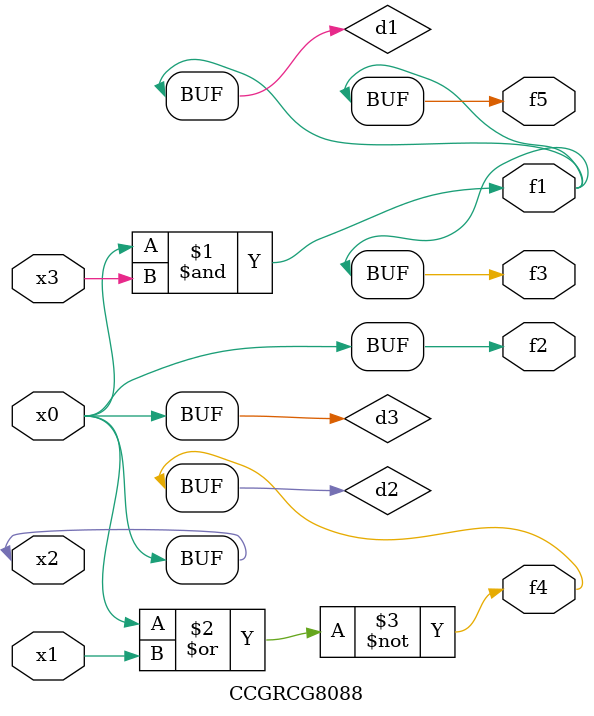
<source format=v>
module CCGRCG8088(
	input x0, x1, x2, x3,
	output f1, f2, f3, f4, f5
);

	wire d1, d2, d3;

	and (d1, x2, x3);
	nor (d2, x0, x1);
	buf (d3, x0, x2);
	assign f1 = d1;
	assign f2 = d3;
	assign f3 = d1;
	assign f4 = d2;
	assign f5 = d1;
endmodule

</source>
